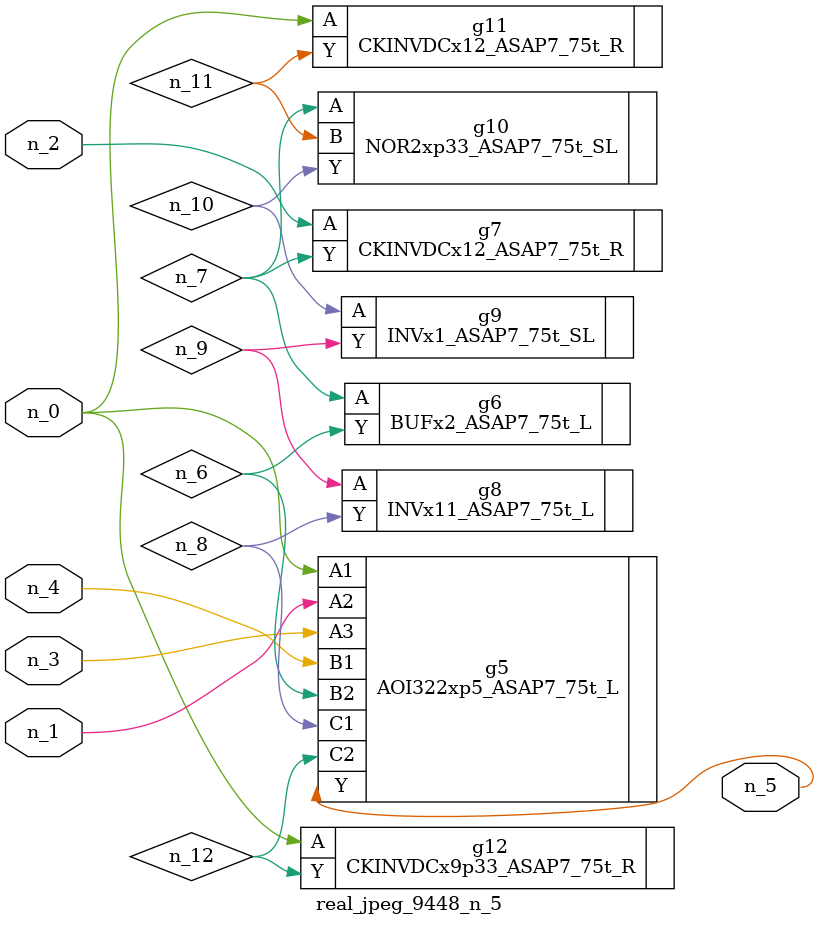
<source format=v>
module real_jpeg_9448_n_5 (n_4, n_0, n_1, n_2, n_3, n_5);

input n_4;
input n_0;
input n_1;
input n_2;
input n_3;

output n_5;

wire n_12;
wire n_8;
wire n_11;
wire n_6;
wire n_7;
wire n_10;
wire n_9;

AOI322xp5_ASAP7_75t_L g5 ( 
.A1(n_0),
.A2(n_1),
.A3(n_3),
.B1(n_4),
.B2(n_6),
.C1(n_8),
.C2(n_12),
.Y(n_5)
);

CKINVDCx12_ASAP7_75t_R g11 ( 
.A(n_0),
.Y(n_11)
);

CKINVDCx9p33_ASAP7_75t_R g12 ( 
.A(n_0),
.Y(n_12)
);

CKINVDCx12_ASAP7_75t_R g7 ( 
.A(n_2),
.Y(n_7)
);

BUFx2_ASAP7_75t_L g6 ( 
.A(n_7),
.Y(n_6)
);

NOR2xp33_ASAP7_75t_SL g10 ( 
.A(n_7),
.B(n_11),
.Y(n_10)
);

INVx11_ASAP7_75t_L g8 ( 
.A(n_9),
.Y(n_8)
);

INVx1_ASAP7_75t_SL g9 ( 
.A(n_10),
.Y(n_9)
);


endmodule
</source>
